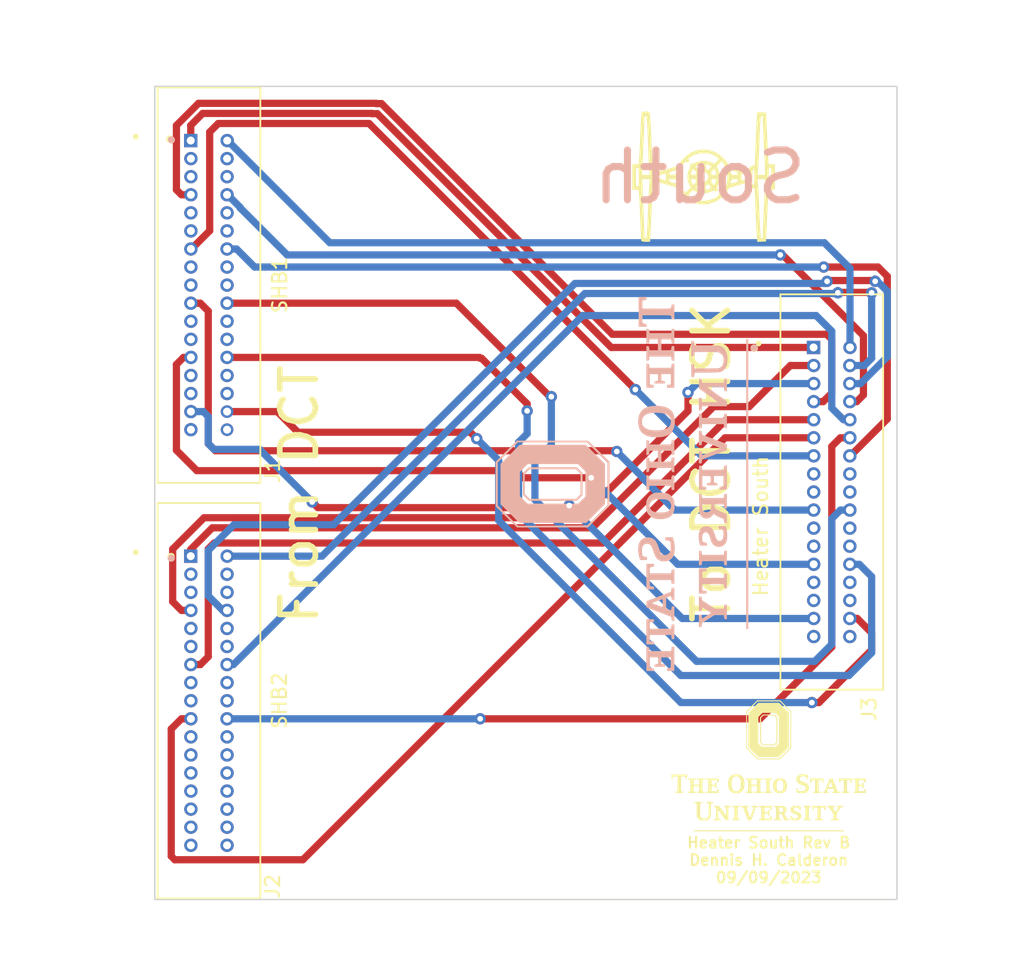
<source format=kicad_pcb>
(kicad_pcb (version 20221018) (generator pcbnew)
  (title_block (company "The Ohio State University"))
  (layers (0 "F.Cu" signal) (31 "B.Cu" signal) (34 "B.Paste" user) (35 "F.Paste" user) (36 "B.SilkS" user "B.Silkscreen") (37 "F.SilkS" user "F.Silkscreen") (38 "B.Mask" user) (39 "F.Mask" user) (44 "Edge.Cuts" user))
  (net 0 "")
  (net 1 "/HB1_1")
  (net 2 "/HB1_2")
  (net 7 "/HB1_7")
  (net 8 "/HB1_8")
  (net 13 "/HB1_13")
  (net 14 "/HB1_14")
  (net 19 "/HB1_19")
  (net 20 "/HB1_20")
  (net 25 "/HB1_25")
  (net 26 "/HB1_26")
  (net 29 "unconnected-(J1-Pin_29-Pad29)")
  (net 31 "/HB1_31")
  (net 32 "/HB1_32")
  (net 35 "/HB2_1")
  (net 36 "/HB2_2")
  (net 41 "/HB2_7")
  (net 42 "/HB2_8")
  (net 47 "/HB2_13")
  (net 48 "/HB2_14")
  (net 53 "/HB2_19")
  (net 54 "/HB2_20")
  (footprint "MountingHole:MountingHole_3.2mm_M3_DIN965" (layer "F.Cu") (at 118.11 53.34)
    (fp_text reference "REF**" hide)
    (fp_text value "MountingHole_3.2mm_M3_DIN965")
    (pad "" np_thru_hole circle (at 0 0) (size 3.2 3.2) (drill 3.2) (layers "*.Cu" "*.Mask"))
  )
  (footprint "HELIX:HELIX_DCT_ICDconnector34pin_corrected" (layer "F.Cu") (at 95.25 90.17 -90)
    (fp_text reference "J2" (at 13.0556 -4.4704 90) (layer "F.SilkS"))
    (fp_text value "SHB2" (at 0.000001 -4.953 90) (layer "F.SilkS"))
    (pad "1" thru_hole rect (at -10.16 1.28016 270) (size 0.9408 0.9408) (drill 0.56) (layers "*.Cu" "*.Mask") (net 35 "/HB2_1"))
    (pad "2" thru_hole circle (at -10.16 -1.28016 270) (size 0.9408 0.9408) (drill 0.56) (layers "*.Cu" "*.Mask") (net 36 "/HB2_2"))
    (pad "3" thru_hole circle (at -8.89 1.27 270) (size 0.9408 0.9408) (drill 0.56) (layers "*.Cu" "*.Mask"))
    (pad "4" thru_hole circle (at -8.89 -1.27 270) (size 0.9408 0.9408) (drill 0.56) (layers "*.Cu" "*.Mask"))
    (pad "5" thru_hole circle (at -7.62 1.27 270) (size 0.9408 0.9408) (drill 0.56) (layers "*.Cu" "*.Mask"))
    (pad "6" thru_hole circle (at -7.62 -1.27 270) (size 0.9408 0.9408) (drill 0.56) (layers "*.Cu" "*.Mask"))
    (pad "7" thru_hole circle (at -6.35 1.27 270) (size 0.9408 0.9408) (drill 0.56) (layers "*.Cu" "*.Mask") (net 41 "/HB2_7"))
    (pad "8" thru_hole circle (at -6.35 -1.27 270) (size 0.9408 0.9408) (drill 0.56) (layers "*.Cu" "*.Mask") (net 42 "/HB2_8"))
    (pad "9" thru_hole circle (at -5.08 1.27 270) (size 0.9408 0.9408) (drill 0.56) (layers "*.Cu" "*.Mask"))
    (pad "10" thru_hole circle (at -5.08 -1.27 270) (size 0.9408 0.9408) (drill 0.56) (layers "*.Cu" "*.Mask"))
    (pad "11" thru_hole circle (at -3.81 1.27 270) (size 0.9408 0.9408) (drill 0.56) (layers "*.Cu" "*.Mask"))
    (pad "12" thru_hole circle (at -3.81 -1.27 270) (size 0.9408 0.9408) (drill 0.56) (layers "*.Cu" "*.Mask"))
    (pad "13" thru_hole circle (at -2.54 1.27 270) (size 0.9408 0.9408) (drill 0.56) (layers "*.Cu" "*.Mask") (net 47 "/HB2_13"))
    (pad "14" thru_hole circle (at -2.54 -1.27 270) (size 0.9408 0.9408) (drill 0.56) (layers "*.Cu" "*.Mask") (net 48 "/HB2_14"))
    (pad "15" thru_hole circle (at -1.27 1.27 270) (size 0.9408 0.9408) (drill 0.56) (layers "*.Cu" "*.Mask"))
    (pad "16" thru_hole circle (at -1.27 -1.27 270) (size 0.9408 0.9408) (drill 0.56) (layers "*.Cu" "*.Mask"))
    (pad "17" thru_hole circle (at 0 1.27 270) (size 0.9408 0.9408) (drill 0.56) (layers "*.Cu" "*.Mask"))
    (pad "18" thru_hole circle (at 0 -1.27 270) (size 0.9408 0.9408) (drill 0.56) (layers "*.Cu" "*.Mask"))
    (pad "19" thru_hole circle (at 1.27 1.27 270) (size 0.9408 0.9408) (drill 0.56) (layers "*.Cu" "*.Mask") (net 53 "/HB2_19"))
    (pad "20" thru_hole circle (at 1.27 -1.27 270) (size 0.9408 0.9408) (drill 0.56) (layers "*.Cu" "*.Mask") (net 54 "/HB2_20"))
    (pad "21" thru_hole circle (at 2.54 1.27 270) (size 0.9408 0.9408) (drill 0.56) (layers "*.Cu" "*.Mask"))
    (pad "22" thru_hole circle (at 2.54 -1.27 270) (size 0.9408 0.9408) (drill 0.56) (layers "*.Cu" "*.Mask"))
    (pad "23" thru_hole circle (at 3.81 1.27 270) (size 0.9408 0.9408) (drill 0.56) (layers "*.Cu" "*.Mask"))
    (pad "24" thru_hole circle (at 3.81 -1.27 270) (size 0.9408 0.9408) (drill 0.56) (layers "*.Cu" "*.Mask"))
    (pad "25" thru_hole circle (at 5.08 1.27 270) (size 0.9408 0.9408) (drill 0.56) (layers "*.Cu" "*.Mask"))
    (pad "26" thru_hole circle (at 5.08 -1.27 270) (size 0.9408 0.9408) (drill 0.56) (layers "*.Cu" "*.Mask"))
    (pad "27" thru_hole circle (at 6.35 1.27 270) (size 0.9408 0.9408) (drill 0.56) (layers "*.Cu" "*.Mask"))
    (pad "28" thru_hole circle (at 6.35 -1.27 270) (size 0.9408 0.9408) (drill 0.56) (layers "*.Cu" "*.Mask"))
    (pad "29" thru_hole circle (at 7.62 1.27 270) (size 0.9408 0.9408) (drill 0.56) (layers "*.Cu" "*.Mask"))
    (pad "30" thru_hole circle (at 7.62 -1.27 270) (size 0.9408 0.9408) (drill 0.56) (layers "*.Cu" "*.Mask"))
    (pad "31" thru_hole circle (at 8.89 1.27 270) (size 0.9408 0.9408) (drill 0.56) (layers "*.Cu" "*.Mask"))
    (pad "32" thru_hole circle (at 8.89 -1.27 270) (size 0.9408 0.9408) (drill 0.56) (layers "*.Cu" "*.Mask"))
    (pad "33" thru_hole circle (at 10.16 1.27 270) (size 0.9408 0.9408) (drill 0.56) (layers "*.Cu" "*.Mask"))
    (pad "34" thru_hole circle (at 10.16 -1.27 270) (size 0.9408 0.9408) (drill 0.56) (layers "*.Cu" "*.Mask"))
  )
  (footprint "LOGO" (layer "F.Cu") (at 130 53.360804)
    (fp_text reference "G***" hide)
    (fp_text value "LOGO" hide)
  )
  (footprint "MountingHole:MountingHole_3.2mm_M3_DIN965" (layer "F.Cu") (at 118.11 97.79)
    (fp_text reference "REF**" hide)
    (fp_text value "MountingHole_3.2mm_M3_DIN965")
    (pad "" np_thru_hole circle (at 0 0) (size 3.2 3.2) (drill 3.2) (layers "F&B.Cu" "*.Mask"))
  )
  (footprint "HELIX:HELIX_DCT_ICDconnector34pin_corrected" (layer "F.Cu") (at 139 75.5 -90)
    (fp_text reference "J3" (at 15.2654 -2.62636 90) (layer "F.SilkS"))
    (fp_text value "Heater South" (at 2.4 4.99364 90) (layer "F.SilkS"))
    (pad "1" thru_hole rect (at -10.16 1.28016 270) (size 0.9408 0.9408) (drill 0.56) (layers "*.Cu" "*.Mask") (net 1 "/HB1_1"))
    (pad "2" thru_hole circle (at -10.16 -1.28016 270) (size 0.9408 0.9408) (drill 0.56) (layers "*.Cu" "*.Mask") (net 2 "/HB1_2"))
    (pad "3" thru_hole circle (at -8.89 1.27 270) (size 0.9408 0.9408) (drill 0.56) (layers "*.Cu" "*.Mask") (net 35 "/HB2_1"))
    (pad "4" thru_hole circle (at -8.89 -1.27 270) (size 0.9408 0.9408) (drill 0.56) (layers "*.Cu" "*.Mask") (net 36 "/HB2_2"))
    (pad "5" thru_hole circle (at -7.62 1.27 270) (size 0.9408 0.9408) (drill 0.56) (layers "*.Cu" "*.Mask") (net 41 "/HB2_7"))
    (pad "6" thru_hole circle (at -7.62 -1.27 270) (size 0.9408 0.9408) (drill 0.56) (layers "*.Cu" "*.Mask") (net 42 "/HB2_8"))
    (pad "7" thru_hole circle (at -6.35 1.27 270) (size 0.9408 0.9408) (drill 0.56) (layers "*.Cu" "*.Mask") (net 7 "/HB1_7"))
    (pad "8" thru_hole circle (at -6.35 -1.27 270) (size 0.9408 0.9408) (drill 0.56) (layers "*.Cu" "*.Mask") (net 8 "/HB1_8"))
    (pad "9" thru_hole circle (at -5.08 1.27 270) (size 0.9408 0.9408) (drill 0.56) (layers "*.Cu" "*.Mask") (net 47 "/HB2_13"))
    (pad "10" thru_hole circle (at -5.08 -1.27 270) (size 0.9408 0.9408) (drill 0.56) (layers "*.Cu" "*.Mask") (net 48 "/HB2_14"))
    (pad "11" thru_hole circle (at -3.81 1.27 270) (size 0.9408 0.9408) (drill 0.56) (layers "*.Cu" "*.Mask") (net 53 "/HB2_19"))
    (pad "12" thru_hole circle (at -3.81 -1.27 270) (size 0.9408 0.9408) (drill 0.56) (layers "*.Cu" "*.Mask") (net 54 "/HB2_20"))
    (pad "13" thru_hole circle (at -2.54 1.27 270) (size 0.9408 0.9408) (drill 0.56) (layers "*.Cu" "*.Mask") (net 13 "/HB1_13"))
    (pad "14" thru_hole circle (at -2.54 -1.27 270) (size 0.9408 0.9408) (drill 0.56) (layers "*.Cu" "*.Mask") (net 14 "/HB1_14"))
    (pad "15" thru_hole circle (at -1.27 1.27 270) (size 0.9408 0.9408) (drill 0.56) (layers "*.Cu" "*.Mask"))
    (pad "16" thru_hole circle (at -1.27 -1.27 270) (size 0.9408 0.9408) (drill 0.56) (layers "*.Cu" "*.Mask"))
    (pad "17" thru_hole circle (at 0 1.27 270) (size 0.9408 0.9408) (drill 0.56) (layers "*.Cu" "*.Mask"))
    (pad "18" thru_hole circle (at 0 -1.27 270) (size 0.9408 0.9408) (drill 0.56) (layers "*.Cu" "*.Mask"))
    (pad "19" thru_hole circle (at 1.27 1.27 270) (size 0.9408 0.9408) (drill 0.56) (layers "*.Cu" "*.Mask") (net 19 "/HB1_19"))
    (pad "20" thru_hole circle (at 1.27 -1.27 270) (size 0.9408 0.9408) (drill 0.56) (layers "*.Cu" "*.Mask") (net 20 "/HB1_20"))
    (pad "21" thru_hole circle (at 2.54 1.27 270) (size 0.9408 0.9408) (drill 0.56) (layers "*.Cu" "*.Mask"))
    (pad "22" thru_hole circle (at 2.54 -1.27 270) (size 0.9408 0.9408) (drill 0.56) (layers "*.Cu" "*.Mask"))
    (pad "23" thru_hole circle (at 3.81 1.27 270) (size 0.9408 0.9408) (drill 0.56) (layers "*.Cu" "*.Mask"))
    (pad "24" thru_hole circle (at 3.81 -1.27 270) (size 0.9408 0.9408) (drill 0.56) (layers "*.Cu" "*.Mask"))
    (pad "25" thru_hole circle (at 5.08 1.27 270) (size 0.9408 0.9408) (drill 0.56) (layers "*.Cu" "*.Mask") (net 25 "/HB1_25"))
    (pad "26" thru_hole circle (at 5.08 -1.27 270) (size 0.9408 0.9408) (drill 0.56) (layers "*.Cu" "*.Mask") (net 26 "/HB1_26"))
    (pad "27" thru_hole circle (at 6.35 1.27 270) (size 0.9408 0.9408) (drill 0.56) (layers "*.Cu" "*.Mask"))
    (pad "28" thru_hole circle (at 6.35 -1.27 270) (size 0.9408 0.9408) (drill 0.56) (layers "*.Cu" "*.Mask"))
    (pad "29" thru_hole circle (at 7.62 1.27 270) (size 0.9408 0.9408) (drill 0.56) (layers "*.Cu" "*.Mask"))
    (pad "30" thru_hole circle (at 7.62 -1.27 270) (size 0.9408 0.9408) (drill 0.56) (layers "*.Cu" "*.Mask"))
    (pad "31" thru_hole circle (at 8.89 1.27 270) (size 0.9408 0.9408) (drill 0.56) (layers "*.Cu" "*.Mask") (net 31 "/HB1_31"))
    (pad "32" thru_hole circle (at 8.89 -1.27 270) (size 0.9408 0.9408) (drill 0.56) (layers "*.Cu" "*.Mask") (net 32 "/HB1_32"))
    (pad "33" thru_hole circle (at 10.16 1.27 270) (size 0.9408 0.9408) (drill 0.56) (layers "*.Cu" "*.Mask"))
    (pad "34" thru_hole circle (at 10.16 -1.27 270) (size 0.9408 0.9408) (drill 0.56) (layers "*.Cu" "*.Mask"))
  )
  (footprint "LOGO" (layer "F.Cu") (at 134.5692 94.742)
    (fp_text reference "G***" hide)
    (fp_text value "LOGO" hide)
  )
  (footprint "HELIX:HELIX_DCT_ICDconnector34pin_corrected" (layer "F.Cu") (at 95.25 60.96 -90)
    (fp_text reference "J1" (at 13.0556 -4.4704 90) (layer "F.SilkS"))
    (fp_text value "SHB1" (at 0.000001 -4.97 90) (layer "F.SilkS"))
    (pad "1" thru_hole rect (at -10.16 1.28016 270) (size 0.9408 0.9408) (drill 0.56) (layers "*.Cu" "*.Mask") (net 1 "/HB1_1"))
    (pad "2" thru_hole circle (at -10.16 -1.28016 270) (size 0.9408 0.9408) (drill 0.56) (layers "*.Cu" "*.Mask") (net 2 "/HB1_2"))
    (pad "3" thru_hole circle (at -8.89 1.27 270) (size 0.9408 0.9408) (drill 0.56) (layers "*.Cu" "*.Mask"))
    (pad "4" thru_hole circle (at -8.89 -1.27 270) (size 0.9408 0.9408) (drill 0.56) (layers "*.Cu" "*.Mask"))
    (pad "5" thru_hole circle (at -7.62 1.27 270) (size 0.9408 0.9408) (drill 0.56) (layers "*.Cu" "*.Mask"))
    (pad "6" thru_hole circle (at -7.62 -1.27 270) (size 0.9408 0.9408) (drill 0.56) (layers "*.Cu" "*.Mask"))
    (pad "7" thru_hole circle (at -6.35 1.27 270) (size 0.9408 0.9408) (drill 0.56) (layers "*.Cu" "*.Mask") (net 7 "/HB1_7"))
    (pad "8" thru_hole circle (at -6.35 -1.27 270) (size 0.9408 0.9408) (drill 0.56) (layers "*.Cu" "*.Mask") (net 8 "/HB1_8"))
    (pad "9" thru_hole circle (at -5.08 1.27 270) (size 0.9408 0.9408) (drill 0.56) (layers "*.Cu" "*.Mask"))
    (pad "10" thru_hole circle (at -5.08 -1.27 270) (size 0.9408 0.9408) (drill 0.56) (layers "*.Cu" "*.Mask"))
    (pad "11" thru_hole circle (at -3.81 1.27 270) (size 0.9408 0.9408) (drill 0.56) (layers "*.Cu" "*.Mask"))
    (pad "12" thru_hole circle (at -3.81 -1.27 270) (size 0.9408 0.9408) (drill 0.56) (layers "*.Cu" "*.Mask"))
    (pad "13" thru_hole circle (at -2.54 1.27 270) (size 0.9408 0.9408) (drill 0.56) (layers "*.Cu" "*.Mask") (net 13 "/HB1_13"))
    (pad "14" thru_hole circle (at -2.54 -1.27 270) (size 0.9408 0.9408) (drill 0.56) (layers "*.Cu" "*.Mask") (net 14 "/HB1_14"))
    (pad "15" thru_hole circle (at -1.27 1.27 270) (size 0.9408 0.9408) (drill 0.56) (layers "*.Cu" "*.Mask"))
    (pad "16" thru_hole circle (at -1.27 -1.27 270) (size 0.9408 0.9408) (drill 0.56) (layers "*.Cu" "*.Mask"))
    (pad "17" thru_hole circle (at 0 1.27 270) (size 0.9408 0.9408) (drill 0.56) (layers "*.Cu" "*.Mask"))
    (pad "18" thru_hole circle (at 0 -1.27 270) (size 0.9408 0.9408) (drill 0.56) (layers "*.Cu" "*.Mask"))
    (pad "19" thru_hole circle (at 1.27 1.27 270) (size 0.9408 0.9408) (drill 0.56) (layers "*.Cu" "*.Mask") (net 19 "/HB1_19"))
    (pad "20" thru_hole circle (at 1.27 -1.27 270) (size 0.9408 0.9408) (drill 0.56) (layers "*.Cu" "*.Mask") (net 20 "/HB1_20"))
    (pad "21" thru_hole circle (at 2.54 1.27 270) (size 0.9408 0.9408) (drill 0.56) (layers "*.Cu" "*.Mask"))
    (pad "22" thru_hole circle (at 2.54 -1.27 270) (size 0.9408 0.9408) (drill 0.56) (layers "*.Cu" "*.Mask"))
    (pad "23" thru_hole circle (at 3.81 1.27 270) (size 0.9408 0.9408) (drill 0.56) (layers "*.Cu" "*.Mask"))
    (pad "24" thru_hole circle (at 3.81 -1.27 270) (size 0.9408 0.9408) (drill 0.56) (layers "*.Cu" "*.Mask"))
    (pad "25" thru_hole circle (at 5.08 1.27 270) (size 0.9408 0.9408) (drill 0.56) (layers "*.Cu" "*.Mask") (net 25 "/HB1_25"))
    (pad "26" thru_hole circle (at 5.08 -1.27 270) (size 0.9408 0.9408) (drill 0.56) (layers "*.Cu" "*.Mask") (net 26 "/HB1_26"))
    (pad "27" thru_hole circle (at 6.35 1.27 270) (size 0.9408 0.9408) (drill 0.56) (layers "*.Cu" "*.Mask"))
    (pad "28" thru_hole circle (at 6.35 -1.27 270) (size 0.9408 0.9408) (drill 0.56) (layers "*.Cu" "*.Mask"))
    (pad "29" thru_hole circle (at 7.62 1.27 270) (size 0.9408 0.9408) (drill 0.56) (layers "*.Cu" "*.Mask") (net 29 "unconnected-(J1-Pin_29-Pad29)"))
    (pad "30" thru_hole circle (at 7.62 -1.27 270) (size 0.9408 0.9408) (drill 0.56) (layers "*.Cu" "*.Mask"))
    (pad "31" thru_hole circle (at 8.89 1.27 270) (size 0.9408 0.9408) (drill 0.56) (layers "*.Cu" "*.Mask") (net 31 "/HB1_31"))
    (pad "32" thru_hole circle (at 8.89 -1.27 270) (size 0.89 0.89) (drill 0.56) (layers "*.Cu" "*.Mask") (net 32 "/HB1_32"))
    (pad "33" thru_hole circle (at 10.16 1.27 270) (size 0.9408 0.9408) (drill 0.56) (layers "*.Cu" "*.Mask"))
    (pad "34" thru_hole circle (at 10.16 -1.27 270) (size 0.89 0.89) (drill 0.56) (layers "*.Cu" "*.Mask"))
  )
  (footprint "LOGO" (layer "B.Cu") (at 124.25 74.94 -90)
    (fp_text reference "G***" hide)
    (fp_text value "" (at 0.75 0 90) (layer "F.SilkS") (effects (font (size 1.524 1.524) (thickness 0.3))))
  )
  (gr_circle (center 92.6 80.15) (end 92.600001 80.15) (stroke (width 0.254)) (fill none) (layer "B.SilkS"))
  (gr_circle (center 92.61 50.75) (end 92.610001 50.75) (stroke (width 0.254)) (fill none) (layer "B.SilkS"))
  (gr_circle (center 133.54 65.38) (end 133.540001 65.38) (stroke (width 0.254)) (fill none) (layer "B.SilkS"))
  (gr_circle (center 92.59 80.03) (end 92.590001 80.03) (stroke (width 0.254)) (fill none) (layer "F.SilkS"))
  (gr_circle (center 92.5 50.7) (end 92.500001 50.7) (stroke (width 0.254)) (fill none) (layer "F.SilkS"))
  (gr_circle (center 133.56 65.4) (end 133.560001 65.4) (stroke (width 0.254)) (fill none) (layer "F.SilkS"))
  (gr_rect (start 91.44 46.99) (end 143.58 104.14) (stroke (width 0.1)) (fill none) (layer "Edge.Cuts"))
  (gr_text "South\n" (at 137.475386 55.415) (layer "B.SilkS") (effects (font (size 3.5 3.5) (thickness 0.5)) (justify left bottom mirror)))
  (gr_text "To DCT HSK\n" (at 132 84.897619 90) (layer "F.SilkS") (effects (font (size 2.5 2.5) (thickness 0.4)) (justify left bottom)))
  (gr_text "Heater South Rev B\nDennis H. Calderon\n09/09/2023" (at 134.5692 101.3714) (layer "F.SilkS") (effects (font (size 0.762 0.762))))
  (gr_text "From DCT" (at 103.0478 84.962619 90) (layer "F.SilkS") (effects (font (size 2.5 2.5) (thickness 0.4)) (justify left bottom)))
  (segment (start 93.96984 49.73016) (end 93.96984 50.8) (width 0.508) (layer "F.Cu") (net 1))
  (segment (start 106.690737 48.892) (end 94.808 48.892) (width 0.508) (layer "F.Cu") (net 1))
  (segment (start 94.808 48.892) (end 93.96984 49.73016) (width 0.508) (layer "F.Cu") (net 1))
  (segment (start 137.71984 65.34) (end 123.506 65.34) (width 0.508) (layer "F.Cu") (net 1))
  (segment (start 123.506 65.34) (end 107.074 48.908) (width 0.508) (layer "F.Cu") (net 1))
  (segment (start 106.706737 48.908) (end 106.690737 48.892) (width 0.508) (layer "F.Cu") (net 1))
  (segment (start 107.074 48.908) (end 106.706737 48.908) (width 0.508) (layer "F.Cu") (net 1))
  (segment (start 103.7398 57.9825) (end 96.5573 50.8) (width 0.508) (layer "B.Cu") (net 2))
  (segment (start 96.5573 50.8) (end 96.53016 50.8) (width 0.508) (layer "B.Cu") (net 2))
  (segment (start 140.28016 59.78384) (end 138.47882 57.9825) (width 0.508) (layer "B.Cu") (net 2))
  (segment (start 138.47882 57.9825) (end 103.7398 57.9825) (width 0.508) (layer "B.Cu") (net 2))
  (segment (start 140.28016 65.34) (end 140.28016 59.78384) (width 0.508) (layer "B.Cu") (net 2))
  (segment (start 139 64.77136) (end 138.64424 64.4156) (width 0.508) (layer "F.Cu") (net 7))
  (segment (start 92.964 49.734736) (end 92.964 54.259246) (width 0.508) (layer "F.Cu") (net 7))
  (segment (start 106.984 48.184) (end 94.514736 48.184) (width 0.508) (layer "F.Cu") (net 7))
  (segment (start 137.73 69.15) (end 138.395246 69.15) (width 0.508) (layer "F.Cu") (net 7))
  (segment (start 107 48.2) (end 106.984 48.184) (width 0.508) (layer "F.Cu") (net 7))
  (segment (start 139 68.545246) (end 139 64.77136) (width 0.508) (layer "F.Cu") (net 7))
  (segment (start 94.514736 48.184) (end 92.964 49.734736) (width 0.508) (layer "F.Cu") (net 7))
  (segment (start 138.395246 69.15) (end 139 68.545246) (width 0.508) (layer "F.Cu") (net 7))
  (segment (start 92.964 54.259246) (end 93.314754 54.61) (width 0.508) (layer "F.Cu") (net 7))
  (segment (start 93.314754 54.61) (end 93.98 54.61) (width 0.508) (layer "F.Cu") (net 7))
  (segment (start 138.64424 64.4156) (end 123.582864 64.4156) (width 0.508) (layer "F.Cu") (net 7))
  (segment (start 107.367264 48.2) (end 107 48.2) (width 0.508) (layer "F.Cu") (net 7))
  (segment (start 123.582864 64.4156) (end 107.367264 48.2) (width 0.508) (layer "F.Cu") (net 7))
  (segment (start 141.224 68.676) (end 140.75 69.15) (width 0.508) (layer "F.Cu") (net 8))
  (segment (start 140.75 69.15) (end 140.27 69.15) (width 0.508) (layer "F.Cu") (net 8))
  (segment (start 135.382 58.8365) (end 135.5445 58.8365) (width 0.508) (layer "F.Cu") (net 8))
  (segment (start 141.224 64.516) (end 141.224 68.676) (width 0.508) (layer "F.Cu") (net 8))
  (segment (start 135.5445 58.8365) (end 141.224 64.516) (width 0.508) (layer "F.Cu") (net 8))
  (via (at 135.382 58.8365) (size 0.8) (drill 0.4) (layers "F.Cu" "B.Cu") (net 8))
  (segment (start 100.7465 58.8365) (end 97.4444 55.5344) (width 0.508) (layer "B.Cu") (net 8))
  (segment (start 96.5573 54.61) (end 96.52 54.61) (width 0.508) (layer "B.Cu") (net 8))
  (segment (start 97.4444 55.5344) (end 97.4444 55.4971) (width 0.508) (layer "B.Cu") (net 8))
  (segment (start 135.382 58.8365) (end 100.7465 58.8365) (width 0.508) (layer "B.Cu") (net 8))
  (segment (start 97.4444 55.4971) (end 96.5573 54.61) (width 0.508) (layer "B.Cu") (net 8))
  (segment (start 95.9 49.6) (end 95.3 50.2) (width 0.508) (layer "F.Cu") (net 13))
  (segment (start 94.0173 58.42) (end 93.98 58.42) (width 0.508) (layer "F.Cu") (net 13))
  (segment (start 125.196 68.3) (end 106.496 49.6) (width 0.508) (layer "F.Cu") (net 13))
  (segment (start 95.3 57.1373) (end 94.0173 58.42) (width 0.508) (layer "F.Cu") (net 13))
  (segment (start 106.496 49.6) (end 95.9 49.6) (width 0.508) (layer "F.Cu") (net 13))
  (segment (start 95.3 50.2) (end 95.3 57.1373) (width 0.508) (layer "F.Cu") (net 13))
  (segment (start 125.2 68.3) (end 125.196 68.3) (width 0.508) (layer "F.Cu") (net 13))
  (via (at 125.2 68.3) (size 0.8) (drill 0.4) (layers "F.Cu" "B.Cu") (net 13))
  (segment (start 129.86 72.96) (end 137.73 72.96) (width 0.508) (layer "B.Cu") (net 13))
  (segment (start 125.2 68.3) (end 129.86 72.96) (width 0.508) (layer "B.Cu") (net 13))
  (segment (start 140.3073 72.96) (end 140.27 72.96) (width 0.508) (layer "F.Cu") (net 14))
  (segment (start 142.9 70.3673) (end 140.3073 72.96) (width 0.508) (layer "F.Cu") (net 14))
  (segment (start 142.9 60.339485) (end 142.9 70.3673) (width 0.508) (layer "F.Cu") (net 14))
  (segment (start 138.43 59.69) (end 142.250515 59.69) (width 0.508) (layer "F.Cu") (net 14))
  (segment (start 142.250515 59.69) (end 142.9 60.339485) (width 0.508) (layer "F.Cu") (net 14))
  (via (at 138.43 59.69) (size 0.8) (drill 0.4) (layers "F.Cu" "B.Cu") (net 14))
  (segment (start 98.455246 59.69) (end 97.185246 58.42) (width 0.508) (layer "B.Cu") (net 14))
  (segment (start 138.43 59.69) (end 98.455246 59.69) (width 0.508) (layer "B.Cu") (net 14))
  (segment (start 97.185246 58.42) (end 96.52 58.42) (width 0.508) (layer "B.Cu") (net 14))
  (segment (start 95.2 62.784754) (end 94.645246 62.23) (width 0.508) (layer "F.Cu") (net 19))
  (segment (start 94.645246 62.23) (end 93.98 62.23) (width 0.508) (layer "F.Cu") (net 19))
  (segment (start 123.846 72.6) (end 95.7 72.6) (width 0.508) (layer "F.Cu") (net 19))
  (segment (start 95.7 72.6) (end 95.2 72.1) (width 0.508) (layer "F.Cu") (net 19))
  (segment (start 123.9 72.654) (end 123.846 72.6) (width 0.508) (layer "F.Cu") (net 19))
  (segment (start 95.2 72.1) (end 95.2 62.784754) (width 0.508) (layer "F.Cu") (net 19))
  (via (at 123.9 72.654) (size 0.8) (drill 0.4) (layers "F.Cu" "B.Cu") (net 19))
  (segment (start 125.754 74.554) (end 127.97 76.77) (width 0.508) (layer "B.Cu") (net 19))
  (segment (start 127.97 76.77) (end 137.73 76.77) (width 0.508) (layer "B.Cu") (net 19))
  (segment (start 125.754 74.508) (end 125.754 74.554) (width 0.508) (layer "B.Cu") (net 19))
  (segment (start 123.9 72.654) (end 125.754 74.508) (width 0.508) (layer "B.Cu") (net 19))
  (segment (start 119.3 68.8) (end 119.2 68.8) (width 0.508) (layer "F.Cu") (net 20))
  (segment (start 112.63 62.23) (end 96.52 62.23) (width 0.508) (layer "F.Cu") (net 20))
  (segment (start 119.2 68.8) (end 112.63 62.23) (width 0.508) (layer "F.Cu") (net 20))
  (via (at 119.3 68.8) (size 0.8) (drill 0.4) (layers "F.Cu" "B.Cu") (net 20))
  (segment (start 139 86.2) (end 139 77.374754) (width 0.508) (layer "B.Cu") (net 20))
  (segment (start 119.3 68.8) (end 119.3 72.192261) (width 0.508) (layer "B.Cu") (net 20))
  (segment (start 118.146 76.046) (end 129.5 87.4) (width 0.508) (layer "B.Cu") (net 20))
  (segment (start 118.146 73.346261) (end 118.146 76.046) (width 0.508) (layer "B.Cu") (net 20))
  (segment (start 139.604754 76.77) (end 140.27 76.77) (width 0.508) (layer "B.Cu") (net 20))
  (segment (start 129.5 87.4) (end 137.8 87.4) (width 0.508) (layer "B.Cu") (net 20))
  (segment (start 137.8 87.4) (end 139 86.2) (width 0.508) (layer "B.Cu") (net 20))
  (segment (start 119.3 72.192261) (end 118.146 73.346261) (width 0.508) (layer "B.Cu") (net 20))
  (segment (start 139 77.374754) (end 139.604754 76.77) (width 0.508) (layer "B.Cu") (net 20))
  (segment (start 94.4 74) (end 92.964 72.564) (width 0.508) (layer "F.Cu") (net 25))
  (segment (start 116.8 74) (end 94.4 74) (width 0.508) (layer "F.Cu") (net 25))
  (segment (start 92.964 66.536) (end 93.46 66.04) (width 0.508) (layer "F.Cu") (net 25))
  (segment (start 117.3 74.5) (end 116.8 74) (width 0.508) (layer "F.Cu") (net 25))
  (segment (start 93.46 66.04) (end 93.98 66.04) (width 0.508) (layer "F.Cu") (net 25))
  (segment (start 122.1 74.5) (end 117.3 74.5) (width 0.508) (layer "F.Cu") (net 25))
  (segment (start 92.964 72.564) (end 92.964 66.536) (width 0.508) (layer "F.Cu") (net 25))
  (via (at 122.1 74.5) (size 0.8) (drill 0.4) (layers "F.Cu" "B.Cu") (net 25))
  (segment (start 128.18 80.58) (end 137.73 80.58) (width 0.508) (layer "B.Cu") (net 25))
  (segment (start 122.1 74.5) (end 128.18 80.58) (width 0.508) (layer "B.Cu") (net 25))
  (segment (start 117.6 69.3) (end 114.4 66.1) (width 0.508) (layer "F.Cu") (net 26))
  (segment (start 114.3 66.1) (end 114.24 66.04) (width 0.508) (layer "F.Cu") (net 26))
  (segment (start 117.6 69.8) (end 117.6 69.3) (width 0.508) (layer "F.Cu") (net 26))
  (segment (start 114.24 66.04) (end 96.52 66.04) (width 0.508) (layer "F.Cu") (net 26))
  (segment (start 114.4 66.1) (end 114.3 66.1) (width 0.508) (layer "F.Cu") (net 26))
  (via (at 117.6 69.8) (size 0.8) (drill 0.4) (layers "F.Cu" "B.Cu") (net 26))
  (segment (start 141.8 81.444754) (end 140.935246 80.58) (width 0.508) (layer "B.Cu") (net 26))
  (segment (start 117 77) (end 128.4 88.4) (width 0.508) (layer "B.Cu") (net 26))
  (segment (start 117.6 71.4) (end 117 72) (width 0.508) (layer "B.Cu") (net 26))
  (segment (start 140.2 88.4) (end 141.8 86.8) (width 0.508) (layer "B.Cu") (net 26))
  (segment (start 117.6 69.8) (end 117.6 71.4) (width 0.508) (layer "B.Cu") (net 26))
  (segment (start 141.8 86.8) (end 141.8 81.444754) (width 0.508) (layer "B.Cu") (net 26))
  (segment (start 117 72) (end 117 77) (width 0.508) (layer "B.Cu") (net 26))
  (segment (start 140.935246 80.58) (end 140.27 80.58) (width 0.508) (layer "B.Cu") (net 26))
  (segment (start 128.4 88.4) (end 140.2 88.4) (width 0.508) (layer "B.Cu") (net 26))
  (segment (start 93.98 68.62) (end 93.98 68.58) (width 0.508) (layer "F.Cu") (net 29))
  (segment (start 93.9027 68.62) (end 93.98 68.62) (width 0.508) (layer "F.Cu") (net 29))
  (segment (start 120.5545 76.4545) (end 120.409 76.6) (width 0.508) (layer "F.Cu") (net 31))
  (segment (start 120.409 76.6) (end 102.9 76.6) (width 0.508) (layer "F.Cu") (net 31))
  (segment (start 102.9 76.6) (end 102.5 76.2) (width 0.508) (layer "F.Cu") (net 31))
  (via (at 102.5 76.2) (size 0.8) (drill 0.4) (layers "F.Cu" "B.Cu") (net 31))
  (via (at 120.5545 76.4545) (size 0.8) (drill 0.4) (layers "F.Cu" "B.Cu") (net 31))
  (segment (start 93.98 69.85) (end 94.85 69.85) (width 0.508) (layer "B.Cu") (net 31))
  (segment (start 128.49 84.39) (end 137.73 84.39) (width 0.508) (layer "B.Cu") (net 31))
  (segment (start 95.2 72.1) (end 95.6 72.5) (width 0.508) (layer "B.Cu") (net 31))
  (segment (start 98.8 72.5) (end 102.5 76.2) (width 0.508) (layer "B.Cu") (net 31))
  (segment (start 95.2 70.2) (end 95.2 72.1) (width 0.508) (layer "B.Cu") (net 31))
  (segment (start 94.85 69.85) (end 95.2 70.2) (width 0.508) (layer "B.Cu") (net 31))
  (segment (start 95.6 72.5) (end 98.8 72.5) (width 0.508) (layer "B.Cu") (net 31))
  (segment (start 120.5545 76.4545) (end 128.49 84.39) (width 0.508) (layer "B.Cu") (net 31))
  (segment (start 101.5 71.3) (end 100.05 69.85) (width 0.508) (layer "F.Cu") (net 32))
  (segment (start 141.8 86.6) (end 138.1 90.3) (width 0.508) (layer "F.Cu") (net 32))
  (segment (start 141.8 85.4) (end 141.8 86.6) (width 0.508) (layer "F.Cu") (net 32))
  (segment (start 140.27 84.39) (end 140.79 84.39) (width 0.508) (layer "F.Cu") (net 32))
  (segment (start 100.05 69.85) (end 96.52 69.85) (width 0.508) (layer "F.Cu") (net 32))
  (segment (start 138.1 90.3) (end 137.6 90.3) (width 0.508) (layer "F.Cu") (net 32))
  (segment (start 140.79 84.39) (end 141.8 85.4) (width 0.508) (layer "F.Cu") (net 32))
  (segment (start 113.613087 71.3) (end 101.5 71.3) (width 0.508) (layer "F.Cu") (net 32))
  (segment (start 114.06006 71.746973) (end 113.613087 71.3) (width 0.508) (layer "F.Cu") (net 32))
  (via (at 137.6 90.3) (size 0.8) (drill 0.4) (layers "F.Cu" "B.Cu") (net 32))
  (via (at 114.06006 71.746973) (size 0.8) (drill 0.4) (layers "F.Cu" "B.Cu") (net 32))
  (segment (start 115.6 77.5) (end 128.4 90.3) (width 0.508) (layer "B.Cu") (net 32))
  (segment (start 128.4 90.3) (end 137.6 90.3) (width 0.508) (layer "B.Cu") (net 32))
  (segment (start 114.06006 71.746973) (end 115.6 73.286913) (width 0.508) (layer "B.Cu") (net 32))
  (segment (start 115.6 73.286913) (end 115.6 77.5) (width 0.508) (layer "B.Cu") (net 32))
  (segment (start 122.184 78.016) (end 95.484 78.016) (width 0.508) (layer "F.Cu") (net 35))
  (segment (start 95.484 78.016) (end 93.96984 79.53016) (width 0.508) (layer "F.Cu") (net 35))
  (segment (start 133.2 69.5) (end 130.7 69.5) (width 0.508) (layer "F.Cu") (net 35))
  (segment (start 93.96984 79.53016) (end 93.96984 80.01) (width 0.508) (layer "F.Cu") (net 35))
  (segment (start 136.09 66.61) (end 133.2 69.5) (width 0.508) (layer "F.Cu") (net 35))
  (segment (start 137.73 66.61) (end 136.09 66.61) (width 0.508) (layer "F.Cu") (net 35))
  (segment (start 130.7 69.5) (end 122.184 78.016) (width 0.508) (layer "F.Cu") (net 35))
  (segment (start 139.54816 61.468) (end 141.768 61.468) (width 0.508) (layer "F.Cu") (net 36))
  (segment (start 141.768 61.468) (end 141.8 61.5) (width 0.508) (layer "F.Cu") (net 36))
  (segment (start 139.42666 61.3465) (end 139.54816 61.468) (width 0.508) (layer "F.Cu") (net 36))
  (via (at 141.8 61.5) (size 0.8) (drill 0.4) (layers "F.Cu" "B.Cu") (net 36))
  (via (at 139.42666 61.5) (size 0.8) (drill 0.4) (layers "F.Cu" "B.Cu") (net 36))
  (segment (start 139.378936 61.547724) (end 121.652276 61.547724) (width 0.508) (layer "B.Cu") (net 36))
  (segment (start 141.8 66.1) (end 141.29 66.61) (width 0.508) (layer "B.Cu") (net 36))
  (segment (start 121.652276 61.547724) (end 103.19 80.01) (width 0.508) (layer "B.Cu") (net 36))
  (segment (start 141.29 66.61) (end 140.27 66.61) (width 0.508) (layer "B.Cu") (net 36))
  (segment (start 139.42666 61.5) (end 139.378936 61.547724) (width 0.508) (layer "B.Cu") (net 36))
  (segment (start 103.19 80.01) (end 96.53016 80.01) (width 0.508) (layer "B.Cu") (net 36))
  (segment (start 141.8 61.5) (end 141.8 66.1) (width 0.508) (layer "B.Cu") (net 36))
  (segment (start 139.42666 61.3465) (end 139.225436 61.547724) (width 0.508) (layer "B.Cu") (net 36))
  (segment (start 92.7 83.205246) (end 93.314754 83.82) (width 0.508) (layer "F.Cu") (net 41))
  (segment (start 121.392 77.308) (end 94.904 77.308) (width 0.508) (layer "F.Cu") (net 41))
  (segment (start 128.9 68.5) (end 128.9 69.8) (width 0.508) (layer "F.Cu") (net 41))
  (segment (start 128.9 69.8) (end 121.392 77.308) (width 0.508) (layer "F.Cu") (net 41))
  (segment (start 93.314754 83.82) (end 93.98 83.82) (width 0.508) (layer "F.Cu") (net 41))
  (segment (start 94.904 77.308) (end 92.7 79.512) (width 0.508) (layer "F.Cu") (net 41))
  (segment (start 92.7 79.512) (end 92.7 83.205246) (width 0.508) (layer "F.Cu") (net 41))
  (via (at 128.9 68.5) (size 0.8) (drill 0.4) (layers "F.Cu" "B.Cu") (net 41))
  (segment (start 129.52 67.88) (end 137.73 67.88) (width 0.508) (layer "B.Cu") (net 41))
  (segment (start 128.9 68.5) (end 129.52 67.88) (width 0.508) (layer "B.Cu") (net 41))
  (segment (start 138.72499 60.6385) (end 141.939612 60.6385) (width 0.508) (layer "F.Cu") (net 42))
  (segment (start 141.939612 60.6385) (end 142.0465 60.531612) (width 0.508) (layer "F.Cu") (net 42))
  (segment (start 138.669766 60.693724) (end 138.72499 60.6385) (width 0.508) (layer "F.Cu") (net 42))
  (via (at 138.669766 60.693724) (size 0.8) (drill 0.4) (layers "F.Cu" "B.Cu") (net 42))
  (via (at 142.0465 60.693724) (size 0.8) (drill 0.4) (layers "F.Cu" "B.Cu") (net 42))
  (segment (start 142.0465 60.531612) (end 142.9 61.385112) (width 0.508) (layer "B.Cu") (net 42))
  (segment (start 142.9 66.001264) (end 141.021264 67.88) (width 0.508) (layer "B.Cu") (net 42))
  (segment (start 142.9 61.385112) (end 142.9 66.001264) (width 0.508) (layer "B.Cu") (net 42))
  (segment (start 104 77.8) (end 97 77.8) (width 0.508) (layer "B.Cu") (net 42))
  (segment (start 97 77.8) (end 95.2 79.6) (width 0.508) (layer "B.Cu") (net 42))
  (segment (start 120.960276 60.839724) (end 104 77.8) (width 0.508) (layer "B.Cu") (net 42))
  (segment (start 96.22 83.82) (end 96.52 83.82) (width 0.508) (layer "B.Cu") (net 42))
  (segment (start 95.2 79.6) (end 95.2 82.8) (width 0.508) (layer "B.Cu") (net 42))
  (segment (start 95.2 82.8) (end 96.22 83.82) (width 0.508) (layer "B.Cu") (net 42))
  (segment (start 138.669766 60.693724) (end 138.523766 60.839724) (width 0.508) (layer "B.Cu") (net 42))
  (segment (start 141.021264 67.88) (end 140.27 67.88) (width 0.508) (layer "B.Cu") (net 42))
  (segment (start 138.523766 60.839724) (end 120.960276 60.839724) (width 0.508) (layer "B.Cu") (net 42))
  (segment (start 95.6144 79.0856) (end 95.2 79.5) (width 0.508) (layer "F.Cu") (net 47))
  (segment (start 95.2 87.075246) (end 94.645246 87.63) (width 0.508) (layer "F.Cu") (net 47))
  (segment (start 95.2 79.5) (end 95.2 87.075246) (width 0.508) (layer "F.Cu") (net 47))
  (segment (start 94.645246 87.63) (end 93.98 87.63) (width 0.508) (layer "F.Cu") (net 47))
  (segment (start 122.9144 79.0856) (end 95.6144 79.0856) (width 0.508) (layer "F.Cu") (net 47))
  (segment (start 137.73 70.42) (end 131.58 70.42) (width 0.508) (layer "F.Cu") (net 47))
  (segment (start 131.58 70.42) (end 122.9144 79.0856) (width 0.508) (layer "F.Cu") (net 47))
  (segment (start 139.82 70.42) (end 139 69.6) (width 0.508) (layer "B.Cu") (net 48))
  (segment (start 96.97 87.63) (end 96.52 87.63) (width 0.508) (layer "B.Cu") (net 48))
  (segment (start 121.5 63.1) (end 96.97 87.63) (width 0.508) (layer "B.Cu") (net 48))
  (segment (start 139 64.2) (end 137.9 63.1) (width 0.508) (layer "B.Cu") (net 48))
  (segment (start 140.27 70.42) (end 139.82 70.42) (width 0.508) (layer "B.Cu") (net 48))
  (segment (start 139 69.6) (end 139 64.2) (width 0.508) (layer "B.Cu") (net 48))
  (segment (start 137.9 63.1) (end 121.5 63.1) (width 0.508) (layer "B.Cu") (net 48))
  (segment (start 92.6 92.154754) (end 93.314754 91.44) (width 0.508) (layer "F.Cu") (net 53))
  (segment (start 101.846261 101.346) (end 92.846 101.346) (width 0.508) (layer "F.Cu") (net 53))
  (segment (start 93.314754 91.44) (end 93.98 91.44) (width 0.508) (layer "F.Cu") (net 53))
  (segment (start 137.73 71.69) (end 131.502261 71.69) (width 0.508) (layer "F.Cu") (net 53))
  (segment (start 92.6 101.1) (end 92.6 92.154754) (width 0.508) (layer "F.Cu") (net 53))
  (segment (start 92.846 101.346) (end 92.6 101.1) (width 0.508) (layer "F.Cu") (net 53))
  (segment (start 131.502261 71.69) (end 101.846261 101.346) (width 0.508) (layer "F.Cu") (net 53))
  (segment (start 139 86.4) (end 139 72.294754) (width 0.508) (layer "F.Cu") (net 54))
  (segment (start 114.3 91.44) (end 133.96 91.44) (width 0.508) (layer "F.Cu") (net 54))
  (segment (start 139.604754 71.69) (end 140.27 71.69) (width 0.508) (layer "F.Cu") (net 54))
  (segment (start 139 72.294754) (end 139.604754 71.69) (width 0.508) (layer "F.Cu") (net 54))
  (segment (start 133.96 91.44) (end 139 86.4) (width 0.508) (layer "F.Cu") (net 54))
  (via (at 114.3 91.44) (size 0.8) (drill 0.4) (layers "F.Cu" "B.Cu") (net 54))
  (segment (start 114.3 91.44) (end 96.52 91.44) (width 0.508) (layer "B.Cu") (net 54))
)
</source>
